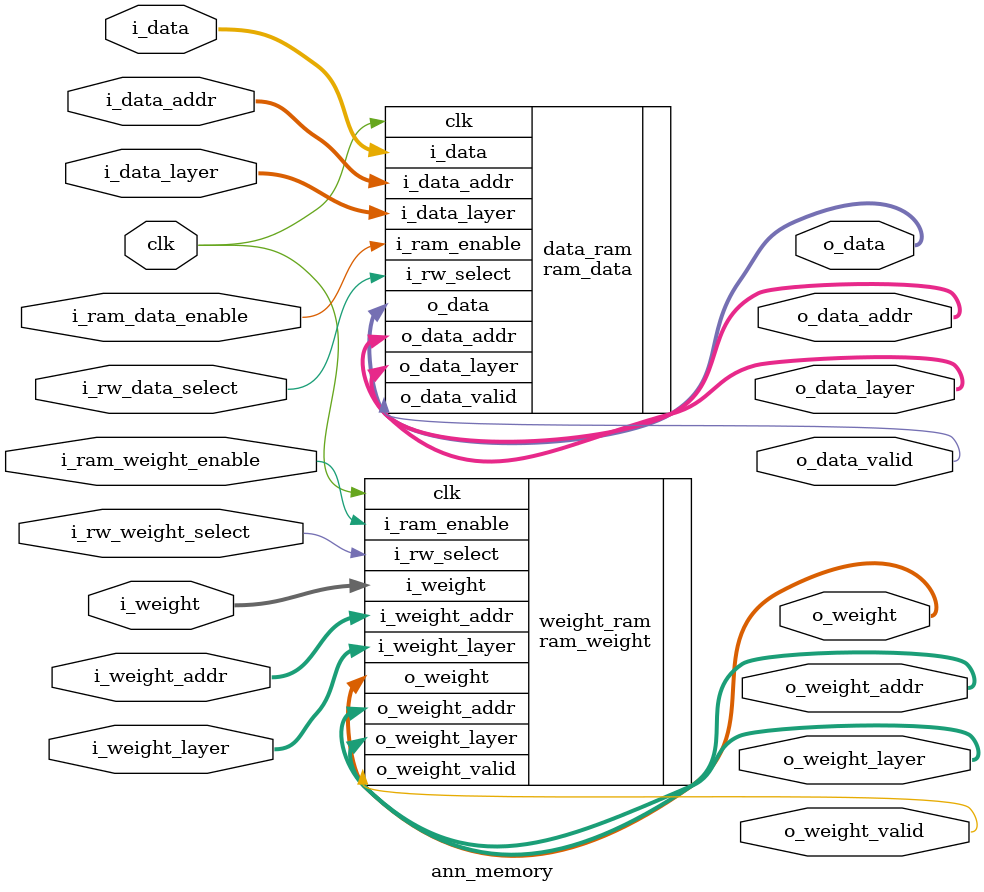
<source format=v>
`timescale 1ns/1ps
module ann_memory
	#(	parameter DATA_WIDTH = 32,
		parameter LAYER_WIDTH = 2,
		parameter NUMBER_OF_INPUT_NODE = 2,
		parameter NUMBER_OF_HIDDEN_NODE_LAYER_1 = 32,
		parameter NUMBER_OF_HIDDEN_NODE_LAYER_2 = 32,
		parameter NUMBER_OF_OUTPUT_NODE = 3
	)
	(
	clk,
	i_ram_data_enable,
	i_rw_data_select,
	i_data_layer,
	i_data_addr,
	i_data,
	i_ram_weight_enable,
	i_rw_weight_select,
	i_weight_layer,
	i_weight_addr,
	i_weight,
	o_data_valid,
	o_data_layer,
	o_data_addr,
	o_data,
	o_weight_valid,
	o_weight_layer,
	o_weight_addr,
	o_weight
	);

	localparam DATA_COUNTER_WIDTH 		= $clog2(NUMBER_OF_HIDDEN_NODE_LAYER_1);
	localparam WEIGHT_COUNTER_WIDTH 	= 11;
	
	//------------------------input and output port-----------------------//
	input										clk;
	
	input										i_ram_data_enable;
	input										i_rw_data_select; // 1 for read, 0 for write
	input		[LAYER_WIDTH-1:0]				i_data_layer;
	input 		[DATA_COUNTER_WIDTH-1:0]		i_data_addr;
	input 		[DATA_WIDTH-1:0] 				i_data;
	
	input										i_ram_weight_enable;
	input										i_rw_weight_select; // 1 for read, 0 for write
	input		[LAYER_WIDTH-1:0]				i_weight_layer;
	input 		[WEIGHT_COUNTER_WIDTH-1:0]		i_weight_addr;
	input 		[DATA_WIDTH-1:0] 				i_weight;
	
	output 	 									o_data_valid;
	output 	 	[LAYER_WIDTH-1:0] 				o_data_layer;
	output 	 	[DATA_COUNTER_WIDTH-1:0] 		o_data_addr;
	output 	 	[DATA_WIDTH-1:0] 				o_data;
	
	output 										o_weight_valid;
	output 		[LAYER_WIDTH-1:0]				o_weight_layer;
	output 		[WEIGHT_COUNTER_WIDTH-1:0]		o_weight_addr;
	output 	 	[DATA_WIDTH-1:0] 				o_weight;
	//--------------------------------------------------------------------//
	
	ram_data	
	#(	.DATA_WIDTH						(DATA_WIDTH),
		.LAYER_WIDTH					(LAYER_WIDTH),
		.NUMBER_OF_INPUT_NODE			(NUMBER_OF_INPUT_NODE),
		.NUMBER_OF_HIDDEN_NODE_LAYER_1	(NUMBER_OF_HIDDEN_NODE_LAYER_1),
		.NUMBER_OF_HIDDEN_NODE_LAYER_2	(NUMBER_OF_HIDDEN_NODE_LAYER_2),
		.NUMBER_OF_OUTPUT_NODE			(NUMBER_OF_OUTPUT_NODE)
	)
	data_ram
	(	.clk			(clk),
		.i_ram_enable	(i_ram_data_enable),
		.i_rw_select	(i_rw_data_select), // 1 for read, 0 for write
		.i_data_layer	(i_data_layer),
		.i_data_addr	(i_data_addr),
		.i_data			(i_data),
		.o_data_valid	(o_data_valid),
		.o_data_layer	(o_data_layer),
		.o_data_addr	(o_data_addr),
		.o_data			(o_data)
	);
	
	ram_weight	
	#(	.DATA_WIDTH						(DATA_WIDTH),
		.LAYER_WIDTH					(LAYER_WIDTH),
		.NUMBER_OF_INPUT_NODE			(NUMBER_OF_INPUT_NODE),
		.NUMBER_OF_HIDDEN_NODE_LAYER_1	(NUMBER_OF_HIDDEN_NODE_LAYER_1),
		.NUMBER_OF_HIDDEN_NODE_LAYER_2	(NUMBER_OF_HIDDEN_NODE_LAYER_2),
		.NUMBER_OF_OUTPUT_NODE			(NUMBER_OF_OUTPUT_NODE)
	)
	weight_ram
	(	.clk			(clk),
		.i_ram_enable	(i_ram_weight_enable),
		.i_rw_select	(i_rw_weight_select), // 1 for read, 0 for write
		.i_weight_layer	(i_weight_layer),
		.i_weight_addr	(i_weight_addr),
		.i_weight		(i_weight),
		.o_weight_valid	(o_weight_valid),
		.o_weight_layer	(o_weight_layer),
		.o_weight_addr	(o_weight_addr),
		.o_weight		(o_weight)
	);
	
	// function for clog2
	function integer clog2;
	input integer value;
	begin
		value = value-1;
		for (clog2=0; value>0; clog2=clog2+1)
			value = value>>1;
	end
	endfunction
endmodule
</source>
